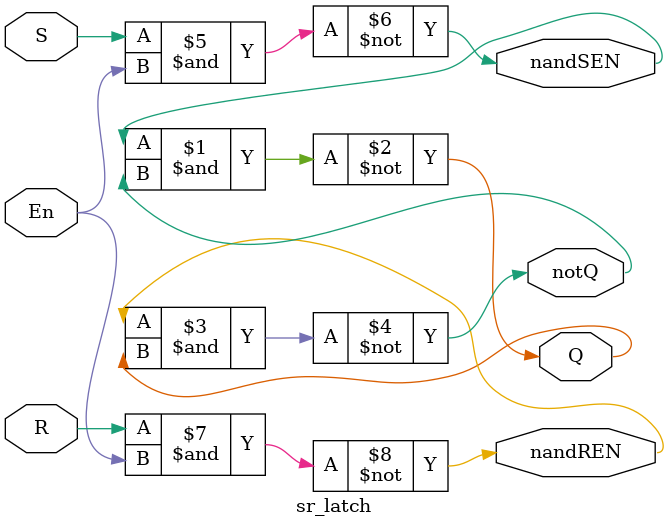
<source format=v>
`timescale 1 ns/1ps

module sr_latch(Q,notQ, En, S, R, nandSEN, nandREN);
    // declare all ports
    output wire Q, notQ;
    input wire En,S, R;
    //intermediate nets
    // nandSEN is the output of NAND(S,EN)
    // nandSREN is the output of NAND(R,EN)
    output wire nandSEN, nandREN;
    // delay of nand0 is 2 ns
    nand #4 nand0(Q, nandSEN, notQ);
    nand #4 nand1(notQ, nandREN, Q);
    nand #4 nand2(nandSEN, S, En);
    nand #4 nand3(nandREN, R, En);
 endmodule
</source>
